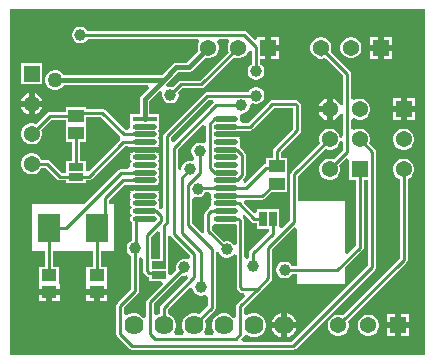
<source format=gtl>
G04*
G04 #@! TF.GenerationSoftware,Altium Limited,Altium Designer,23.2.1 (34)*
G04*
G04 Layer_Physical_Order=1*
G04 Layer_Color=255*
%FSLAX25Y25*%
%MOIN*%
G70*
G04*
G04 #@! TF.SameCoordinates,26DCB771-F187-4795-AA7E-67AAF857B4AA*
G04*
G04*
G04 #@! TF.FilePolarity,Positive*
G04*
G01*
G75*
%ADD14R,0.08082X0.01791*%
G04:AMPARAMS|DCode=15|XSize=80.82mil|YSize=17.91mil|CornerRadius=8.96mil|HoleSize=0mil|Usage=FLASHONLY|Rotation=0.000|XOffset=0mil|YOffset=0mil|HoleType=Round|Shape=RoundedRectangle|*
%AMROUNDEDRECTD15*
21,1,0.08082,0.00000,0,0,0.0*
21,1,0.06291,0.01791,0,0,0.0*
1,1,0.01791,0.03146,0.00000*
1,1,0.01791,-0.03146,0.00000*
1,1,0.01791,-0.03146,0.00000*
1,1,0.01791,0.03146,0.00000*
%
%ADD15ROUNDEDRECTD15*%
%ADD16R,0.02500X0.05000*%
%ADD17R,0.05315X0.03937*%
%ADD18R,0.07480X0.09449*%
%ADD19R,0.05151X0.03960*%
%ADD20R,0.05000X0.02500*%
%ADD36C,0.01000*%
%ADD37C,0.01500*%
%ADD38C,0.06378*%
%ADD39C,0.05394*%
%ADD40R,0.05394X0.05394*%
%ADD41R,0.05394X0.05394*%
%ADD42C,0.09843*%
%ADD43C,0.03937*%
%ADD44C,0.05000*%
G36*
X138961Y803D02*
X803D01*
Y116323D01*
X138961D01*
Y803D01*
D02*
G37*
%LPC*%
G36*
X90468Y107044D02*
X87772D01*
Y104347D01*
X90468D01*
Y107044D01*
D02*
G37*
G36*
X128028D02*
X125331D01*
Y104347D01*
X128028D01*
Y107044D01*
D02*
G37*
G36*
X123331D02*
X120634D01*
Y104347D01*
X123331D01*
Y107044D01*
D02*
G37*
G36*
X114791Y106843D02*
X113870D01*
X112981Y106605D01*
X112184Y106145D01*
X111533Y105494D01*
X111072Y104696D01*
X110834Y103807D01*
Y102886D01*
X111072Y101997D01*
X111533Y101199D01*
X112184Y100548D01*
X112981Y100088D01*
X113870Y99850D01*
X114791D01*
X115681Y100088D01*
X116478Y100548D01*
X117129Y101199D01*
X117589Y101997D01*
X117828Y102886D01*
Y103807D01*
X117589Y104696D01*
X117129Y105494D01*
X116478Y106145D01*
X115681Y106605D01*
X114791Y106843D01*
D02*
G37*
G36*
X128028Y102347D02*
X125331D01*
Y99650D01*
X128028D01*
Y102347D01*
D02*
G37*
G36*
X123331D02*
X120634D01*
Y99650D01*
X123331D01*
Y102347D01*
D02*
G37*
G36*
X90468D02*
X87772D01*
Y99650D01*
X90468D01*
Y102347D01*
D02*
G37*
G36*
X24464Y110352D02*
X23735D01*
X23031Y110163D01*
X22400Y109799D01*
X21885Y109283D01*
X21520Y108652D01*
X21331Y107948D01*
Y107219D01*
X21520Y106515D01*
X21885Y105884D01*
X22400Y105368D01*
X23031Y105004D01*
X23735Y104815D01*
X24464D01*
X25169Y105004D01*
X25800Y105368D01*
X26315Y105884D01*
X26531Y106258D01*
X63323D01*
X63558Y105982D01*
X63837Y105258D01*
X63513Y104696D01*
X63275Y103807D01*
Y102886D01*
X63444Y102254D01*
X59541Y98351D01*
X56156D01*
X55551Y98230D01*
X55038Y97888D01*
X51250Y94100D01*
X18646D01*
X18389Y94546D01*
X17774Y95160D01*
X17022Y95595D01*
X16183Y95820D01*
X15314D01*
X14474Y95595D01*
X13722Y95160D01*
X13107Y94546D01*
X12673Y93793D01*
X12448Y92954D01*
Y92085D01*
X12673Y91246D01*
X13107Y90493D01*
X13722Y89879D01*
X14474Y89445D01*
X15314Y89220D01*
X16183D01*
X17022Y89445D01*
X17774Y89879D01*
X18389Y90493D01*
X18646Y90939D01*
X46783D01*
X47166Y90015D01*
X44453Y87302D01*
X44110Y86790D01*
X43990Y86185D01*
Y81322D01*
X40729D01*
Y77930D01*
X40729Y77930D01*
X40696Y77067D01*
X40742Y76833D01*
X40179Y75958D01*
X39216Y75848D01*
X32433Y82630D01*
X32003Y82917D01*
X31496Y83018D01*
X26095D01*
Y83477D01*
X19180D01*
Y82034D01*
X13937D01*
X13430Y81933D01*
X13000Y81646D01*
X9245Y77892D01*
X9224Y77904D01*
X8334Y78142D01*
X7414D01*
X6524Y77904D01*
X5727Y77444D01*
X5076Y76793D01*
X4615Y75995D01*
X4377Y75106D01*
Y74185D01*
X4615Y73296D01*
X5076Y72499D01*
X5727Y71847D01*
X6524Y71387D01*
X7414Y71149D01*
X8334D01*
X9224Y71387D01*
X10021Y71847D01*
X10672Y72499D01*
X11133Y73296D01*
X11371Y74185D01*
Y75106D01*
X11133Y75995D01*
X11120Y76017D01*
X14486Y79383D01*
X19180D01*
Y77940D01*
X19180D01*
Y77572D01*
X19180D01*
Y72035D01*
X21312D01*
Y65658D01*
X19338D01*
Y61734D01*
X17843D01*
X13994Y65583D01*
X13564Y65870D01*
X13057Y65971D01*
X11139D01*
X11133Y65995D01*
X10672Y66793D01*
X10021Y67444D01*
X9224Y67904D01*
X8334Y68142D01*
X7414D01*
X6524Y67904D01*
X5727Y67444D01*
X5076Y66793D01*
X4615Y65995D01*
X4377Y65106D01*
Y64185D01*
X4615Y63296D01*
X5076Y62498D01*
X5727Y61847D01*
X6524Y61387D01*
X7414Y61149D01*
X8334D01*
X9224Y61387D01*
X10021Y61847D01*
X10672Y62498D01*
X11133Y63296D01*
X11139Y63320D01*
X12508D01*
X16357Y59471D01*
X16787Y59183D01*
X17294Y59083D01*
X19338D01*
Y58358D01*
X25938D01*
Y59083D01*
X26943D01*
X27451Y59183D01*
X27881Y59471D01*
X38935Y70525D01*
X39967Y70463D01*
X40017Y70390D01*
X41706D01*
X41763Y70351D01*
X42425Y70220D01*
X48716D01*
X49377Y70351D01*
X49434Y70390D01*
X50327D01*
X50082Y70756D01*
X49996Y70814D01*
X50313Y71287D01*
X50444Y71949D01*
X50313Y72610D01*
X49938Y73171D01*
Y73285D01*
X50313Y73846D01*
X50444Y74508D01*
X50313Y75169D01*
X49938Y75730D01*
Y75844D01*
X50313Y76405D01*
X50418Y76933D01*
X50444Y77067D01*
X50411Y77930D01*
X50411Y77930D01*
Y81322D01*
X47151D01*
Y85530D01*
X50673Y89052D01*
X50922Y88943D01*
X51500Y88465D01*
X51365Y87963D01*
Y87234D01*
X51554Y86530D01*
X51918Y85899D01*
X52434Y85383D01*
X53065Y85019D01*
X53769Y84830D01*
X54498D01*
X55202Y85019D01*
X55834Y85383D01*
X56349Y85899D01*
X56714Y86530D01*
X56902Y87234D01*
Y87963D01*
X56790Y88380D01*
X58168Y89758D01*
X64508D01*
X65016Y89859D01*
X65446Y90146D01*
X75400Y100101D01*
X75422Y100088D01*
X76311Y99850D01*
X77232D01*
X78121Y100088D01*
X78919Y100548D01*
X79570Y101199D01*
X80030Y101997D01*
X80648Y102336D01*
X81162Y102357D01*
X81352Y102130D01*
Y97904D01*
X80977Y97688D01*
X80462Y97172D01*
X80097Y96541D01*
X79909Y95837D01*
Y95108D01*
X80097Y94404D01*
X80462Y93773D01*
X80977Y93257D01*
X81609Y92893D01*
X82313Y92704D01*
X83042D01*
X83746Y92893D01*
X84377Y93257D01*
X84892Y93773D01*
X85257Y94404D01*
X85446Y95108D01*
Y95837D01*
X85257Y96541D01*
X84892Y97172D01*
X84377Y97688D01*
X84003Y97904D01*
Y99650D01*
X85772D01*
Y103347D01*
Y107044D01*
X83075D01*
Y106390D01*
X82151Y106007D01*
X79637Y108521D01*
X79207Y108808D01*
X78700Y108909D01*
X26531D01*
X26315Y109283D01*
X25800Y109799D01*
X25169Y110163D01*
X24464Y110352D01*
D02*
G37*
G36*
X11371Y98142D02*
X4377D01*
Y91149D01*
X11371D01*
Y98142D01*
D02*
G37*
G36*
X8874Y88205D02*
Y85646D01*
X11433D01*
X11319Y86072D01*
X10832Y86915D01*
X10144Y87604D01*
X9301Y88090D01*
X8874Y88205D01*
D02*
G37*
G36*
X6874D02*
X6447Y88090D01*
X5604Y87604D01*
X4916Y86915D01*
X4429Y86072D01*
X4315Y85646D01*
X6874D01*
Y88205D01*
D02*
G37*
G36*
X104791Y106843D02*
X103870D01*
X102981Y106605D01*
X102184Y106145D01*
X101533Y105494D01*
X101072Y104696D01*
X100834Y103807D01*
Y102886D01*
X101072Y101997D01*
X101533Y101199D01*
X102184Y100548D01*
X102981Y100088D01*
X103315Y99998D01*
X103394Y99882D01*
X103824Y99594D01*
X104331Y99493D01*
X104838Y99594D01*
X105268Y99882D01*
X106208Y99595D01*
X111676Y94127D01*
Y84294D01*
X110676Y84162D01*
X110650Y84262D01*
X110163Y85105D01*
X109475Y85793D01*
X108632Y86280D01*
X108205Y86394D01*
Y82835D01*
Y79276D01*
X108632Y79390D01*
X109475Y79877D01*
X110163Y80565D01*
X110650Y81408D01*
X110676Y81507D01*
X111676Y81375D01*
Y74200D01*
X111349Y73336D01*
X111349Y73336D01*
Y73336D01*
X110702Y73295D01*
X110688Y73346D01*
X110463Y74185D01*
X110003Y74982D01*
X109352Y75633D01*
X108554Y76093D01*
X107665Y76332D01*
X106744D01*
X105855Y76093D01*
X105058Y75633D01*
X104407Y74982D01*
X103946Y74185D01*
X103708Y73295D01*
Y72374D01*
X103946Y71485D01*
X103959Y71463D01*
X94535Y62040D01*
X94248Y61610D01*
X94147Y61102D01*
Y45927D01*
X91264Y43044D01*
X90264Y43459D01*
Y49560D01*
X82964D01*
Y48708D01*
X81964Y48294D01*
X78548Y51710D01*
X78962Y52710D01*
X84843D01*
X85350Y52811D01*
X85780Y53098D01*
X87984Y55302D01*
X93024D01*
Y60839D01*
X93024D01*
Y61208D01*
X93024D01*
Y66745D01*
X90892D01*
Y68348D01*
X97394Y74850D01*
X97681Y75280D01*
X97782Y75787D01*
Y84060D01*
X97681Y84567D01*
X97394Y84997D01*
X96808Y85583D01*
X96378Y85870D01*
X95871Y85971D01*
X88158D01*
X87650Y85870D01*
X87220Y85583D01*
X80030Y78392D01*
X78103D01*
X77937Y78508D01*
X77368Y79392D01*
X77414Y79626D01*
X77282Y80288D01*
X77233Y80362D01*
X77245Y80434D01*
X77799Y81315D01*
X78120D01*
X78825Y81504D01*
X79456Y81868D01*
X79971Y82384D01*
X80336Y83015D01*
X80524Y83719D01*
Y84288D01*
X80924Y84654D01*
X81434Y84918D01*
X81631Y84804D01*
X82336Y84615D01*
X83065D01*
X83769Y84804D01*
X84400Y85168D01*
X84915Y85684D01*
X85280Y86315D01*
X85469Y87019D01*
Y87748D01*
X85280Y88452D01*
X84915Y89083D01*
X84400Y89599D01*
X83769Y89963D01*
X83065Y90152D01*
X82336D01*
X81631Y89963D01*
X81000Y89599D01*
X80485Y89083D01*
X80269Y88709D01*
X66500D01*
X65993Y88608D01*
X65563Y88321D01*
X52212Y74970D01*
X51925Y74540D01*
X51824Y74033D01*
Y49953D01*
X50836Y49508D01*
X50337Y49896D01*
X50277Y50762D01*
X50313Y50815D01*
X50444Y51476D01*
X50313Y52138D01*
X49938Y52699D01*
Y52813D01*
X50313Y53374D01*
X50444Y54035D01*
X50313Y54697D01*
X49997Y55171D01*
X50082Y55228D01*
X50327Y55594D01*
X49435D01*
X49377Y55633D01*
X48716Y55764D01*
X42425D01*
X41763Y55633D01*
X41706Y55594D01*
X40813D01*
X41058Y55228D01*
X41144Y55171D01*
X40828Y54697D01*
X40696Y54035D01*
X40828Y53374D01*
X41171Y52756D01*
X40828Y52138D01*
X40696Y51476D01*
X40828Y50815D01*
X41202Y50254D01*
Y50140D01*
X40828Y49579D01*
X40696Y48917D01*
X40828Y48256D01*
X41202Y47695D01*
Y47581D01*
X40828Y47020D01*
X40696Y46358D01*
X40828Y45697D01*
X41202Y45136D01*
X41298Y45072D01*
Y39009D01*
X41254Y38997D01*
X40623Y38633D01*
X40108Y38117D01*
X39743Y37486D01*
X39554Y36782D01*
Y36053D01*
X39743Y35349D01*
X40108Y34717D01*
X40623Y34202D01*
X41074Y33941D01*
Y22832D01*
X36563Y18321D01*
X36275Y17891D01*
X36174Y17383D01*
Y7883D01*
X36275Y7376D01*
X36563Y6946D01*
X40463Y3046D01*
X40893Y2759D01*
X41400Y2658D01*
X95000D01*
X95507Y2759D01*
X95937Y3046D01*
X122237Y29346D01*
X122525Y29776D01*
X122626Y30283D01*
Y68740D01*
X122525Y69247D01*
X122237Y69677D01*
X120451Y71463D01*
X120463Y71485D01*
X120702Y72374D01*
Y73295D01*
X120463Y74185D01*
X120003Y74982D01*
X119352Y75633D01*
X118554Y76093D01*
X117665Y76332D01*
X116744D01*
X115855Y76093D01*
X115327Y75789D01*
X114552Y76107D01*
X114327Y76317D01*
Y79353D01*
X114552Y79563D01*
X115327Y79881D01*
X115855Y79576D01*
X116744Y79338D01*
X117665D01*
X118554Y79576D01*
X119352Y80037D01*
X120003Y80688D01*
X120463Y81485D01*
X120702Y82374D01*
Y83295D01*
X120463Y84184D01*
X120003Y84982D01*
X119352Y85633D01*
X118554Y86093D01*
X117665Y86332D01*
X116744D01*
X115855Y86093D01*
X115327Y85789D01*
X114552Y86107D01*
X114327Y86317D01*
Y94676D01*
X114226Y95183D01*
X113939Y95613D01*
X107577Y101975D01*
X107589Y101997D01*
X107828Y102886D01*
Y103807D01*
X107589Y104696D01*
X107129Y105494D01*
X106478Y106145D01*
X105681Y106605D01*
X104791Y106843D01*
D02*
G37*
G36*
X106205Y86394D02*
X105778Y86280D01*
X104935Y85793D01*
X104247Y85105D01*
X103760Y84262D01*
X103646Y83835D01*
X106205D01*
Y86394D01*
D02*
G37*
G36*
X135587Y86531D02*
X132890D01*
Y83835D01*
X135587D01*
Y86531D01*
D02*
G37*
G36*
X130890D02*
X128193D01*
Y83835D01*
X130890D01*
Y86531D01*
D02*
G37*
G36*
X11433Y83646D02*
X8874D01*
Y81086D01*
X9301Y81201D01*
X10144Y81687D01*
X10832Y82376D01*
X11319Y83219D01*
X11433Y83646D01*
D02*
G37*
G36*
X6874D02*
X4315D01*
X4429Y83219D01*
X4916Y82376D01*
X5604Y81687D01*
X6447Y81201D01*
X6874Y81086D01*
Y83646D01*
D02*
G37*
G36*
X106205Y81835D02*
X103646D01*
X103760Y81408D01*
X104247Y80565D01*
X104935Y79877D01*
X105778Y79390D01*
X106205Y79276D01*
Y81835D01*
D02*
G37*
G36*
X135587Y81835D02*
X132890D01*
Y79138D01*
X135587D01*
Y81835D01*
D02*
G37*
G36*
X130890D02*
X128193D01*
Y79138D01*
X130890D01*
Y81835D01*
D02*
G37*
G36*
X132350Y76331D02*
X131429D01*
X130540Y76093D01*
X129743Y75633D01*
X129092Y74982D01*
X128631Y74184D01*
X128393Y73295D01*
Y72374D01*
X128631Y71485D01*
X129092Y70688D01*
X129743Y70036D01*
X130540Y69576D01*
X131429Y69338D01*
X132350D01*
X133239Y69576D01*
X134037Y70036D01*
X134688Y70688D01*
X135148Y71485D01*
X135387Y72374D01*
Y73295D01*
X135148Y74184D01*
X134688Y74982D01*
X134037Y75633D01*
X133239Y76093D01*
X132350Y76331D01*
D02*
G37*
G36*
X48716Y68560D02*
X42425D01*
X41763Y68428D01*
X41706Y68390D01*
X40813D01*
X41058Y68023D01*
X41144Y67966D01*
X40828Y67492D01*
X40696Y66831D01*
X40828Y66169D01*
X41202Y65608D01*
Y65494D01*
X40828Y64933D01*
X40696Y64272D01*
X40742Y64038D01*
X40173Y63154D01*
X40007Y63038D01*
X37827D01*
X37320Y62937D01*
X36890Y62650D01*
X25421Y51181D01*
X7874D01*
Y35433D01*
X12454D01*
Y30245D01*
X10404D01*
Y24727D01*
X10204D01*
Y22747D01*
X13779D01*
X17355D01*
Y24727D01*
X17155D01*
Y30245D01*
X15105D01*
Y35433D01*
X28399D01*
Y30245D01*
X26152D01*
Y24727D01*
X25952D01*
Y22747D01*
X29528D01*
X33103D01*
Y24727D01*
X32903D01*
Y30245D01*
X31050D01*
Y35433D01*
X35433D01*
Y51181D01*
X33806D01*
Y52601D01*
X38935Y57730D01*
X39967Y57668D01*
X40017Y57594D01*
X41706D01*
X41763Y57556D01*
X42425Y57424D01*
X48716D01*
X49377Y57556D01*
X49435Y57594D01*
X50327D01*
X50082Y57961D01*
X49997Y58018D01*
X50313Y58492D01*
X50444Y59153D01*
X50313Y59815D01*
X49938Y60376D01*
Y60490D01*
X50313Y61051D01*
X50444Y61713D01*
X50313Y62374D01*
X49938Y62935D01*
Y63049D01*
X50313Y63610D01*
X50444Y64272D01*
X50313Y64933D01*
X49938Y65494D01*
Y65608D01*
X50313Y66169D01*
X50444Y66831D01*
X50313Y67492D01*
X49997Y67966D01*
X50082Y68023D01*
X50327Y68390D01*
X49435D01*
X49377Y68428D01*
X48716Y68560D01*
D02*
G37*
G36*
X33103Y20747D02*
X30528D01*
Y18767D01*
X33103D01*
Y20747D01*
D02*
G37*
G36*
X28528D02*
X25952D01*
Y18767D01*
X28528D01*
Y20747D01*
D02*
G37*
G36*
X17355D02*
X14779D01*
Y18767D01*
X17355D01*
Y20747D01*
D02*
G37*
G36*
X12779D02*
X10204D01*
Y18767D01*
X12779D01*
Y20747D01*
D02*
G37*
G36*
X132350Y66331D02*
X131429D01*
X130540Y66093D01*
X129743Y65633D01*
X129092Y64982D01*
X128631Y64184D01*
X128393Y63295D01*
Y62374D01*
X128631Y61485D01*
X129092Y60688D01*
X129743Y60036D01*
X130540Y59576D01*
X130564Y59570D01*
Y33187D01*
X111450Y14073D01*
X111428Y14085D01*
X110539Y14324D01*
X109618D01*
X108729Y14085D01*
X107932Y13625D01*
X107281Y12974D01*
X106820Y12177D01*
X106582Y11287D01*
Y10366D01*
X106820Y9477D01*
X107281Y8680D01*
X107932Y8029D01*
X108729Y7568D01*
X109618Y7330D01*
X110539D01*
X111428Y7568D01*
X112226Y8029D01*
X112877Y8680D01*
X113337Y9477D01*
X113576Y10366D01*
Y11287D01*
X113337Y12177D01*
X113325Y12198D01*
X132827Y31701D01*
X133114Y32131D01*
X133215Y32638D01*
Y59570D01*
X133239Y59576D01*
X134037Y60036D01*
X134688Y60688D01*
X135148Y61485D01*
X135387Y62374D01*
Y63295D01*
X135148Y64184D01*
X134688Y64982D01*
X134037Y65633D01*
X133239Y66093D01*
X132350Y66331D01*
D02*
G37*
G36*
X133776Y14524D02*
X131079D01*
Y11827D01*
X133776D01*
Y14524D01*
D02*
G37*
G36*
X129079D02*
X126382D01*
Y11827D01*
X129079D01*
Y14524D01*
D02*
G37*
G36*
X120539Y14324D02*
X119618D01*
X118729Y14085D01*
X117932Y13625D01*
X117281Y12974D01*
X116820Y12177D01*
X116582Y11287D01*
Y10366D01*
X116820Y9477D01*
X117281Y8680D01*
X117932Y8029D01*
X118729Y7568D01*
X119618Y7330D01*
X120539D01*
X121429Y7568D01*
X122226Y8029D01*
X122877Y8680D01*
X123337Y9477D01*
X123576Y10366D01*
Y11287D01*
X123337Y12177D01*
X122877Y12974D01*
X122226Y13625D01*
X121429Y14085D01*
X120539Y14324D01*
D02*
G37*
G36*
X133776Y9827D02*
X131079D01*
Y7130D01*
X133776D01*
Y9827D01*
D02*
G37*
G36*
X129079D02*
X126382D01*
Y7130D01*
X129079D01*
Y9827D01*
D02*
G37*
%LPD*%
G36*
X73558Y105982D02*
X73837Y105258D01*
X73513Y104696D01*
X73275Y103807D01*
Y102886D01*
X73513Y101997D01*
X73526Y101975D01*
X63959Y92409D01*
X57619D01*
X57112Y92308D01*
X57112Y92308D01*
X57112Y92308D01*
X56682Y92021D01*
X54916Y90255D01*
X54498Y90367D01*
X53769D01*
X53267Y90232D01*
X52789Y90810D01*
X52680Y91059D01*
X56810Y95190D01*
X60195D01*
X60800Y95310D01*
X61313Y95653D01*
X65679Y100019D01*
X66311Y99850D01*
X67232D01*
X68121Y100088D01*
X68919Y100548D01*
X69570Y101199D01*
X70030Y101997D01*
X70268Y102886D01*
Y103807D01*
X70030Y104696D01*
X69706Y105258D01*
X69985Y105982D01*
X70220Y106258D01*
X73323D01*
X73558Y105982D01*
D02*
G37*
G36*
X37354Y73960D02*
X37437Y73496D01*
X37388Y72810D01*
X37315Y72654D01*
X26938Y62277D01*
X26467Y62362D01*
X25938Y62691D01*
Y65658D01*
X23963D01*
Y72035D01*
X26095D01*
Y77572D01*
X26095D01*
Y77940D01*
X26095D01*
Y80367D01*
X30947D01*
X37354Y73960D01*
D02*
G37*
G36*
X68519Y85058D02*
X68463Y85021D01*
X55399Y71957D01*
X54475Y72339D01*
Y73484D01*
X67049Y86058D01*
X68215D01*
X68519Y85058D01*
D02*
G37*
G36*
X65873Y77268D02*
Y72127D01*
X65246Y71661D01*
X64873Y71511D01*
X64295Y71666D01*
X63566D01*
X62862Y71478D01*
X62230Y71113D01*
X61715Y70597D01*
X61351Y69966D01*
X61162Y69262D01*
Y68533D01*
X61351Y67829D01*
X61715Y67198D01*
X62120Y66792D01*
X62164Y66228D01*
X62152Y66151D01*
X62090Y66061D01*
X61159Y65469D01*
X60893Y65540D01*
X60164D01*
X59460Y65351D01*
X58828Y64987D01*
X58313Y64471D01*
X57948Y63840D01*
X57760Y63136D01*
Y62640D01*
X57657Y62540D01*
X56657Y62963D01*
Y69466D01*
X64873Y77682D01*
X65873Y77268D01*
D02*
G37*
G36*
X111349Y72334D02*
Y72334D01*
X111349Y72334D01*
X111676Y71469D01*
Y69181D01*
X108576Y66081D01*
X108554Y66093D01*
X107665Y66332D01*
X106744D01*
X105855Y66093D01*
X105058Y65633D01*
X104407Y64982D01*
X103946Y64184D01*
X103708Y63295D01*
Y62374D01*
X103946Y61485D01*
X104407Y60688D01*
X105058Y60037D01*
X105855Y59576D01*
X106744Y59338D01*
X107665D01*
X108554Y59576D01*
X109352Y60037D01*
X110003Y60688D01*
X110463Y61485D01*
X110702Y62374D01*
Y63295D01*
X110463Y64184D01*
X110451Y64206D01*
X112801Y66557D01*
X113708Y66049D01*
Y59338D01*
X115879D01*
Y37232D01*
X113129Y34482D01*
X112205Y34864D01*
Y52165D01*
X96798D01*
Y60553D01*
X105833Y69589D01*
X105855Y69576D01*
X106744Y69338D01*
X107665D01*
X108554Y69576D01*
X109352Y70037D01*
X110003Y70688D01*
X110463Y71485D01*
X110688Y72323D01*
X110702Y72374D01*
X111349Y72334D01*
D02*
G37*
G36*
X95131Y76336D02*
X88630Y69835D01*
X88342Y69405D01*
X88241Y68897D01*
Y66745D01*
X86109D01*
Y64683D01*
X85995D01*
X85488Y64582D01*
X85058Y64295D01*
X79168Y58404D01*
X78837Y58470D01*
X78508Y59556D01*
X78818Y59866D01*
X79105Y60296D01*
X79206Y60803D01*
Y67740D01*
X79105Y68247D01*
X78818Y68677D01*
X77518Y69977D01*
X77316Y70225D01*
X77247Y71234D01*
X77282Y71287D01*
X77414Y71949D01*
X77282Y72610D01*
X76966Y73084D01*
X77052Y73141D01*
X77297Y73508D01*
X76404D01*
X76347Y73546D01*
X75685Y73678D01*
X72540D01*
Y75338D01*
X75685D01*
X76347Y75469D01*
X76404Y75508D01*
X78093D01*
X78252Y75741D01*
X80579D01*
X81086Y75842D01*
X81516Y76130D01*
X88707Y83320D01*
X95131D01*
Y76336D01*
D02*
G37*
G36*
X67682Y54118D02*
X67666Y54035D01*
X67797Y53374D01*
X68140Y52756D01*
X67797Y52138D01*
X67666Y51476D01*
X67721Y51196D01*
X67770Y50782D01*
X67131Y50011D01*
X66897Y49854D01*
X65863Y48821D01*
X65575Y48391D01*
X65474Y47883D01*
Y42183D01*
X65516Y41975D01*
X64594Y41482D01*
X61288Y44788D01*
Y53000D01*
X61916Y53466D01*
X62288Y53616D01*
X62867Y53461D01*
X63596D01*
X64300Y53650D01*
X64931Y54015D01*
X65447Y54530D01*
X65786Y55118D01*
X66967D01*
X67682Y54118D01*
D02*
G37*
G36*
X69394Y44629D02*
X75685D01*
X76188Y44217D01*
Y37926D01*
X75188Y37658D01*
X75115Y37783D01*
X74600Y38299D01*
X73969Y38663D01*
X73264Y38852D01*
X72536D01*
X72118Y38740D01*
X68125Y42732D01*
Y43964D01*
X68259Y44140D01*
X69125Y44683D01*
X69394Y44629D01*
D02*
G37*
G36*
X81186Y45322D02*
X81616Y45035D01*
X82124Y44934D01*
X82964D01*
Y42960D01*
X86889D01*
Y41918D01*
X80756Y35785D01*
X80468Y35355D01*
X80367Y34848D01*
Y33351D01*
X79839Y32992D01*
X78839Y33476D01*
Y45627D01*
X78738Y46134D01*
X78451Y46564D01*
X78340Y46674D01*
X78393Y47586D01*
X78718Y47791D01*
X81186Y45322D01*
D02*
G37*
G36*
X50574Y41923D02*
Y32809D01*
X47722D01*
Y40377D01*
X49651Y42305D01*
X50574Y41923D01*
D02*
G37*
G36*
X54394Y40433D02*
X60591Y34237D01*
X60526Y33353D01*
X59658Y32780D01*
X59165Y32912D01*
X58435D01*
X57731Y32724D01*
X57100Y32359D01*
X56585Y31844D01*
X56220Y31212D01*
X56032Y30508D01*
Y29779D01*
X56177Y29235D01*
X54421Y27479D01*
X53497Y27861D01*
Y32809D01*
X53225D01*
Y40519D01*
X53374Y40578D01*
X54225Y40686D01*
X54394Y40433D01*
D02*
G37*
G36*
X119975Y30832D02*
X94451Y5309D01*
X78214D01*
X77800Y6309D01*
X78437Y6946D01*
X78596Y7183D01*
X79115Y7427D01*
X79771Y7512D01*
X80468Y7110D01*
X81483Y6838D01*
X82533D01*
X83548Y7110D01*
X84457Y7635D01*
X85200Y8377D01*
X85725Y9287D01*
X85997Y10302D01*
Y11352D01*
X85725Y12366D01*
X85200Y13276D01*
X84457Y14019D01*
X83548Y14544D01*
X82533Y14816D01*
X81483D01*
X80468Y14544D01*
X79826Y14173D01*
X78825Y14581D01*
Y16694D01*
X84137Y22006D01*
X87706Y25574D01*
X87993Y26005D01*
X88094Y26512D01*
Y36125D01*
X95457Y43488D01*
X96457Y43074D01*
Y30609D01*
X94631D01*
X94415Y30983D01*
X93900Y31499D01*
X93269Y31863D01*
X92564Y32052D01*
X91835D01*
X91131Y31863D01*
X90500Y31499D01*
X89985Y30983D01*
X89620Y30352D01*
X89432Y29648D01*
Y28919D01*
X89620Y28215D01*
X89985Y27584D01*
X90500Y27068D01*
X91131Y26704D01*
X91835Y26515D01*
X92564D01*
X93269Y26704D01*
X93900Y27068D01*
X94415Y27584D01*
X94631Y27958D01*
X96457D01*
Y24606D01*
X112205D01*
Y29809D01*
X118142Y35746D01*
X118429Y36176D01*
X118530Y36683D01*
Y59338D01*
X119975D01*
Y30832D01*
D02*
G37*
G36*
X60087Y26587D02*
X51070Y17571D01*
X50783Y17141D01*
X50682Y16634D01*
Y14601D01*
X50468Y14544D01*
X49826Y14173D01*
X48825Y14581D01*
Y18134D01*
X58144Y27453D01*
X58435Y27375D01*
X59165D01*
X59569Y27484D01*
X60087Y26587D01*
D02*
G37*
G36*
X61250Y23220D02*
X61660Y22997D01*
X61815Y22420D01*
X62179Y21789D01*
X62695Y21273D01*
X63326Y20909D01*
X64030Y20720D01*
X64759D01*
X65463Y20909D01*
X65588Y20981D01*
X66588Y20404D01*
Y17281D01*
X63740Y14433D01*
X63547Y14544D01*
X62533Y14816D01*
X61483D01*
X60468Y14544D01*
X59558Y14019D01*
X58816Y13276D01*
X58291Y12366D01*
X58019Y11352D01*
Y10302D01*
X58291Y9287D01*
X58682Y8609D01*
X58408Y7892D01*
X58170Y7609D01*
X55845D01*
X55607Y7892D01*
X55333Y8609D01*
X55725Y9287D01*
X55997Y10302D01*
Y11352D01*
X55725Y12366D01*
X55200Y13276D01*
X54457Y14019D01*
X53548Y14544D01*
X53333Y14601D01*
Y16085D01*
X60626Y23378D01*
X61250Y23220D01*
D02*
G37*
G36*
X70320Y35015D02*
X70685Y34383D01*
X71200Y33868D01*
X71831Y33504D01*
X72536Y33315D01*
X73264D01*
X73969Y33504D01*
X74600Y33868D01*
X75115Y34383D01*
X75188Y34509D01*
X76188Y34241D01*
Y23529D01*
X76289Y23022D01*
X76576Y22592D01*
X77162Y22006D01*
X77592Y21719D01*
X78099Y21618D01*
X78693D01*
X79076Y20694D01*
X76563Y18180D01*
X76275Y17750D01*
X76174Y17243D01*
Y13588D01*
X75292Y13306D01*
X75174Y13301D01*
X74457Y14019D01*
X73548Y14544D01*
X72533Y14816D01*
X71483D01*
X70468Y14544D01*
X69559Y14019D01*
X68816Y13276D01*
X68291Y12366D01*
X68019Y11352D01*
Y10302D01*
X68291Y9287D01*
X68682Y8609D01*
X68408Y7892D01*
X68170Y7609D01*
X65845D01*
X65607Y7892D01*
X65333Y8609D01*
X65725Y9287D01*
X65997Y10302D01*
Y11352D01*
X65725Y12366D01*
X65614Y12559D01*
X68851Y15795D01*
X69138Y16225D01*
X69239Y16732D01*
Y35186D01*
X70239Y35318D01*
X70320Y35015D01*
D02*
G37*
G36*
X45071Y33008D02*
Y28971D01*
X45172Y28463D01*
X45460Y28033D01*
X46221Y27272D01*
X46651Y26984D01*
X46897Y26936D01*
Y25509D01*
X51144D01*
X51527Y24585D01*
X46563Y19621D01*
X46275Y19191D01*
X46174Y18683D01*
Y13588D01*
X45292Y13306D01*
X45175Y13301D01*
X44457Y14019D01*
X43547Y14544D01*
X42533Y14816D01*
X41483D01*
X40468Y14544D01*
X39825Y14173D01*
X38826Y14581D01*
Y16834D01*
X43337Y21346D01*
X43625Y21776D01*
X43725Y22283D01*
Y33311D01*
X44071Y33542D01*
X45071Y33008D01*
D02*
G37*
%LPC*%
G36*
X93008Y14896D02*
Y11827D01*
X96077D01*
X95911Y12444D01*
X95360Y13399D01*
X94580Y14179D01*
X93625Y14730D01*
X93008Y14896D01*
D02*
G37*
G36*
X91008D02*
X90391Y14730D01*
X89436Y14179D01*
X88656Y13399D01*
X88104Y12444D01*
X87939Y11827D01*
X91008D01*
Y14896D01*
D02*
G37*
G36*
X96077Y9827D02*
X93008D01*
Y6758D01*
X93625Y6923D01*
X94580Y7475D01*
X95360Y8255D01*
X95911Y9210D01*
X96077Y9827D01*
D02*
G37*
G36*
X91008D02*
X87939D01*
X88104Y9210D01*
X88656Y8255D01*
X89436Y7475D01*
X90391Y6923D01*
X91008Y6758D01*
Y9827D01*
D02*
G37*
%LPD*%
D14*
X45570Y79626D02*
D03*
D15*
Y77067D02*
D03*
Y74508D02*
D03*
Y71949D02*
D03*
Y69390D02*
D03*
Y66831D02*
D03*
Y64272D02*
D03*
Y61713D02*
D03*
Y59153D02*
D03*
Y56594D02*
D03*
Y54035D02*
D03*
Y51476D02*
D03*
Y48917D02*
D03*
Y46358D02*
D03*
X72540D02*
D03*
Y48917D02*
D03*
Y51476D02*
D03*
Y54035D02*
D03*
Y56594D02*
D03*
Y59153D02*
D03*
Y61713D02*
D03*
Y64272D02*
D03*
Y66831D02*
D03*
Y69390D02*
D03*
Y71949D02*
D03*
Y74508D02*
D03*
Y77067D02*
D03*
Y79626D02*
D03*
D16*
X85014Y46260D02*
D03*
X88214D02*
D03*
D17*
X22638Y80709D02*
D03*
Y74803D02*
D03*
X89567Y63976D02*
D03*
Y58071D02*
D03*
D18*
X29724Y43307D02*
D03*
X13583D02*
D03*
D19*
X13779Y27465D02*
D03*
Y21747D02*
D03*
X29528Y27466D02*
D03*
Y21747D02*
D03*
D20*
X50197Y30759D02*
D03*
Y27559D02*
D03*
X22638Y60408D02*
D03*
Y63608D02*
D03*
D36*
X26943Y60408D02*
X38484Y71949D01*
X45570D01*
X22638Y60408D02*
X26943D01*
X32480Y53150D02*
X38484Y59153D01*
X45570D01*
X45419Y69238D02*
X45570Y69390D01*
X54134Y87598D02*
X57619Y91083D01*
X78700Y107583D02*
X82677Y103606D01*
X24100Y107583D02*
X78700D01*
X57619Y91083D02*
X64508D01*
X96457Y75787D02*
Y84060D01*
X88158Y84646D02*
X95871D01*
X96457Y84060D01*
X80579Y77067D02*
X88158Y84646D01*
X77513Y23529D02*
Y45627D01*
X72685Y46213D02*
X76928D01*
X77513Y45627D01*
X72540Y46358D02*
X72685Y46213D01*
X78099Y22943D02*
X83200D01*
X77513Y23529D02*
X78099Y22943D01*
X87564Y45610D02*
X88214Y44960D01*
Y41369D02*
Y44960D01*
X81693Y30512D02*
Y34848D01*
X88214Y41369D01*
X86769Y26512D02*
Y36674D01*
X95472Y45378D01*
X83200Y22943D02*
X86769Y26512D01*
X87564Y45610D02*
X88214Y46260D01*
X95472Y45378D02*
Y61102D01*
X82124Y46260D02*
X85014D01*
X76907Y51476D02*
X82124Y46260D01*
X89567Y68897D02*
X96457Y75787D01*
X89567Y63976D02*
Y68897D01*
X72540Y56594D02*
X79232D01*
X88948Y63357D02*
X89567Y63976D01*
X85995Y63357D02*
X88948D01*
X79232Y56594D02*
X85995Y63357D01*
X88878Y58071D02*
X89567D01*
X84843Y54035D02*
X88878Y58071D01*
X72540Y54035D02*
X84843D01*
X59963Y57584D02*
X63930Y61551D01*
Y68898D01*
X58163Y41446D02*
Y60232D01*
X60528Y62597D01*
Y62771D01*
X59963Y44239D02*
Y57584D01*
X37500Y7883D02*
X41400Y3983D01*
X37500Y17383D02*
X42400Y22283D01*
X41400Y3983D02*
X95000D01*
X37500Y7883D02*
Y17383D01*
X95000Y3983D02*
X121300Y30283D01*
X13779Y27465D02*
Y43110D01*
X31496Y81693D02*
X38681Y74508D01*
X45570D01*
X24311Y81693D02*
X31496D01*
X22638Y80709D02*
X23327D01*
X24311Y81693D01*
X22638Y63608D02*
Y74803D01*
X7874Y64646D02*
X13057D01*
X13937Y80709D02*
X22638D01*
X7874Y74646D02*
X13937Y80709D01*
X17294Y60408D02*
X22638D01*
X29724Y44291D02*
X32480Y47047D01*
X29724Y27662D02*
Y43307D01*
X13583D02*
X19421D01*
X29528Y27466D02*
X29724Y27662D01*
Y43307D02*
Y44291D01*
X13583Y43307D02*
X13779Y43110D01*
X104331Y100819D02*
Y103347D01*
X113002Y94676D01*
X19421Y43307D02*
X37827Y61713D01*
X13057Y64646D02*
X17294Y60408D01*
X32480Y47047D02*
Y53150D01*
X37827Y61713D02*
X45570D01*
X64508Y91083D02*
X76772Y103347D01*
X82677Y95472D02*
Y103606D01*
X113002Y68632D02*
Y94676D01*
X67199Y63362D02*
Y77976D01*
X76383Y69238D02*
X77881Y67740D01*
X67199Y63362D02*
X68697Y61864D01*
X72691Y69238D02*
X76383D01*
X72540Y69390D02*
X72691Y69238D01*
X77881Y60803D02*
Y67740D01*
X66500Y87383D02*
X82700D01*
X131890Y32638D02*
Y62835D01*
X121300Y30283D02*
Y68740D01*
X117205Y36683D02*
Y62835D01*
Y72835D02*
X121300Y68740D01*
X92200Y29283D02*
X109805D01*
X110079Y10827D02*
X131890Y32638D01*
X109805Y29283D02*
X117205Y36683D01*
X107205Y62835D02*
X113002Y68632D01*
X95472Y61102D02*
X107205Y72835D01*
X45419Y56443D02*
X45570Y56594D01*
Y48917D02*
X45722Y48766D01*
X42989Y46358D02*
X45570D01*
X42624Y45993D02*
X42989Y46358D01*
X47500Y7883D02*
X49100Y6283D01*
X77500Y7883D02*
Y17243D01*
X47500Y7883D02*
Y18683D01*
X49100Y6283D02*
X75900D01*
X77500Y7883D01*
Y17243D02*
X83200Y22943D01*
X52008Y16634D02*
X62131Y26757D01*
X67913Y16732D02*
Y36289D01*
X49547Y28209D02*
X50197Y27559D01*
X47500Y18683D02*
X58800Y29983D01*
X52008Y10827D02*
Y16634D01*
X62008Y10827D02*
X67913Y16732D01*
X55331Y41371D02*
X62131Y34571D01*
X58163Y41446D02*
X64395Y35215D01*
X58800Y29983D02*
Y30144D01*
X64395Y23489D02*
Y35215D01*
X62131Y26757D02*
Y34571D01*
X59963Y44239D02*
X67913Y36289D01*
X66800Y42183D02*
X72900Y36083D01*
X63445Y56443D02*
X72388D01*
X68697Y61864D02*
X72388D01*
X72540Y61713D01*
X76382Y59305D02*
X77881Y60803D01*
X72691Y59305D02*
X76382D01*
X72388Y56443D02*
X72540Y56594D01*
Y59153D02*
X72691Y59305D01*
X66800Y47883D02*
X67834Y48917D01*
X72540D01*
Y51476D02*
X76907D01*
X45722Y48766D02*
X49413D01*
X50911Y47268D01*
X46397Y40926D02*
X50911Y45440D01*
Y47268D01*
X51900Y43883D02*
X53150Y45133D01*
Y74033D01*
X55331Y41371D02*
Y70015D01*
X63231Y56230D02*
X63445Y56443D01*
X69400Y84083D02*
X77756D01*
X55331Y70015D02*
X69400Y84083D01*
X53150Y74033D02*
X66500Y87383D01*
X72388Y79475D02*
X72540Y79626D01*
X67199Y77976D02*
X68697Y79475D01*
X72388D01*
X72540Y77067D02*
X80579D01*
X66800Y42183D02*
Y47883D01*
X42400Y22283D02*
Y36494D01*
X46397Y28971D02*
X47158Y28209D01*
X51150Y30759D02*
X51900Y31509D01*
X47158Y28209D02*
X49547D01*
X46397Y28971D02*
Y40926D01*
X51900Y31509D02*
Y43883D01*
X50197Y30759D02*
X51150D01*
X42323Y36417D02*
X42400Y36494D01*
X42624Y36718D02*
Y45993D01*
X42400Y36494D02*
X42624Y36718D01*
D37*
X51905Y92520D02*
X56156Y96770D01*
X45570Y86185D02*
X51905Y92520D01*
X56156Y96770D02*
X60195D01*
X66772Y103347D01*
X45570Y79626D02*
Y86185D01*
X15748Y92520D02*
X51905D01*
D38*
X92008Y10827D02*
D03*
X82008D02*
D03*
X72008D02*
D03*
X62008D02*
D03*
X52008D02*
D03*
X42008D02*
D03*
D39*
X7874Y64646D02*
D03*
Y74646D02*
D03*
Y84646D02*
D03*
X110079Y10827D02*
D03*
X120079D02*
D03*
X131890Y72835D02*
D03*
Y62835D02*
D03*
X107205Y82835D02*
D03*
X117205D02*
D03*
X107205Y72835D02*
D03*
X117205D02*
D03*
X107205Y62835D02*
D03*
X66772Y103347D02*
D03*
X76772D02*
D03*
X114331D02*
D03*
X104331D02*
D03*
D40*
X7874Y94646D02*
D03*
X131890Y82835D02*
D03*
X117205Y62835D02*
D03*
D41*
X130079Y10827D02*
D03*
X86772Y103347D02*
D03*
X124331D02*
D03*
D42*
X7874Y109252D02*
D03*
D43*
X54134Y87598D02*
D03*
X24100Y107583D02*
D03*
X81693Y30512D02*
D03*
X63930Y68898D02*
D03*
X60528Y62771D02*
D03*
X92200Y29283D02*
D03*
X82700Y87383D02*
D03*
X77756Y84083D02*
D03*
X82677Y95472D02*
D03*
X58800Y30144D02*
D03*
X72900Y36083D02*
D03*
X63231Y56230D02*
D03*
X42323Y36417D02*
D03*
X64395Y23489D02*
D03*
D44*
X15748Y92520D02*
D03*
X90551Y79724D02*
D03*
M02*

</source>
